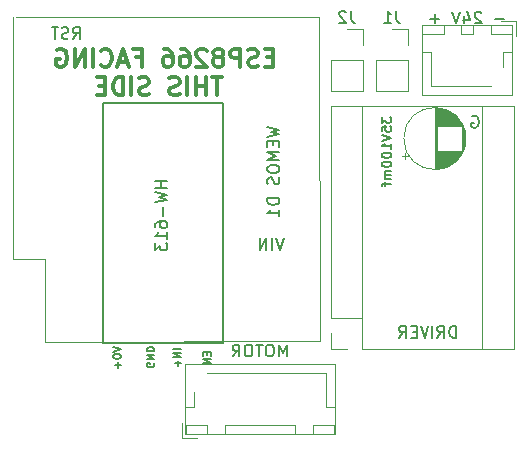
<source format=gbr>
%TF.GenerationSoftware,KiCad,Pcbnew,(6.0.7)*%
%TF.CreationDate,2022-09-22T21:27:18+02:00*%
%TF.ProjectId,PEQUENAreducida,50455155-454e-4417-9265-647563696461,rev?*%
%TF.SameCoordinates,Original*%
%TF.FileFunction,Legend,Bot*%
%TF.FilePolarity,Positive*%
%FSLAX46Y46*%
G04 Gerber Fmt 4.6, Leading zero omitted, Abs format (unit mm)*
G04 Created by KiCad (PCBNEW (6.0.7)) date 2022-09-22 21:27:18*
%MOMM*%
%LPD*%
G01*
G04 APERTURE LIST*
%ADD10C,0.120000*%
%ADD11C,0.300000*%
%ADD12C,0.150000*%
%ADD13C,0.200000*%
%ADD14C,0.127000*%
G04 APERTURE END LIST*
D10*
X135412000Y-58816000D02*
X112112000Y-58916000D01*
X112112000Y-51916000D02*
X109412000Y-51916000D01*
X109412000Y-51916000D02*
X109412000Y-31416000D01*
X112112000Y-58916000D02*
X112112000Y-51916000D01*
X109612000Y-31416000D02*
X135312000Y-31416000D01*
X135312000Y-31416000D02*
X135412000Y-58816000D01*
D11*
X131414285Y-34835357D02*
X130914285Y-34835357D01*
X130700000Y-35621071D02*
X131414285Y-35621071D01*
X131414285Y-34121071D01*
X130700000Y-34121071D01*
X130128571Y-35549642D02*
X129914285Y-35621071D01*
X129557142Y-35621071D01*
X129414285Y-35549642D01*
X129342857Y-35478214D01*
X129271428Y-35335357D01*
X129271428Y-35192500D01*
X129342857Y-35049642D01*
X129414285Y-34978214D01*
X129557142Y-34906785D01*
X129842857Y-34835357D01*
X129985714Y-34763928D01*
X130057142Y-34692500D01*
X130128571Y-34549642D01*
X130128571Y-34406785D01*
X130057142Y-34263928D01*
X129985714Y-34192500D01*
X129842857Y-34121071D01*
X129485714Y-34121071D01*
X129271428Y-34192500D01*
X128628571Y-35621071D02*
X128628571Y-34121071D01*
X128057142Y-34121071D01*
X127914285Y-34192500D01*
X127842857Y-34263928D01*
X127771428Y-34406785D01*
X127771428Y-34621071D01*
X127842857Y-34763928D01*
X127914285Y-34835357D01*
X128057142Y-34906785D01*
X128628571Y-34906785D01*
X126914285Y-34763928D02*
X127057142Y-34692500D01*
X127128571Y-34621071D01*
X127200000Y-34478214D01*
X127200000Y-34406785D01*
X127128571Y-34263928D01*
X127057142Y-34192500D01*
X126914285Y-34121071D01*
X126628571Y-34121071D01*
X126485714Y-34192500D01*
X126414285Y-34263928D01*
X126342857Y-34406785D01*
X126342857Y-34478214D01*
X126414285Y-34621071D01*
X126485714Y-34692500D01*
X126628571Y-34763928D01*
X126914285Y-34763928D01*
X127057142Y-34835357D01*
X127128571Y-34906785D01*
X127200000Y-35049642D01*
X127200000Y-35335357D01*
X127128571Y-35478214D01*
X127057142Y-35549642D01*
X126914285Y-35621071D01*
X126628571Y-35621071D01*
X126485714Y-35549642D01*
X126414285Y-35478214D01*
X126342857Y-35335357D01*
X126342857Y-35049642D01*
X126414285Y-34906785D01*
X126485714Y-34835357D01*
X126628571Y-34763928D01*
X125771428Y-34263928D02*
X125700000Y-34192500D01*
X125557142Y-34121071D01*
X125200000Y-34121071D01*
X125057142Y-34192500D01*
X124985714Y-34263928D01*
X124914285Y-34406785D01*
X124914285Y-34549642D01*
X124985714Y-34763928D01*
X125842857Y-35621071D01*
X124914285Y-35621071D01*
X123628571Y-34121071D02*
X123914285Y-34121071D01*
X124057142Y-34192500D01*
X124128571Y-34263928D01*
X124271428Y-34478214D01*
X124342857Y-34763928D01*
X124342857Y-35335357D01*
X124271428Y-35478214D01*
X124200000Y-35549642D01*
X124057142Y-35621071D01*
X123771428Y-35621071D01*
X123628571Y-35549642D01*
X123557142Y-35478214D01*
X123485714Y-35335357D01*
X123485714Y-34978214D01*
X123557142Y-34835357D01*
X123628571Y-34763928D01*
X123771428Y-34692500D01*
X124057142Y-34692500D01*
X124200000Y-34763928D01*
X124271428Y-34835357D01*
X124342857Y-34978214D01*
X122200000Y-34121071D02*
X122485714Y-34121071D01*
X122628571Y-34192500D01*
X122700000Y-34263928D01*
X122842857Y-34478214D01*
X122914285Y-34763928D01*
X122914285Y-35335357D01*
X122842857Y-35478214D01*
X122771428Y-35549642D01*
X122628571Y-35621071D01*
X122342857Y-35621071D01*
X122200000Y-35549642D01*
X122128571Y-35478214D01*
X122057142Y-35335357D01*
X122057142Y-34978214D01*
X122128571Y-34835357D01*
X122200000Y-34763928D01*
X122342857Y-34692500D01*
X122628571Y-34692500D01*
X122771428Y-34763928D01*
X122842857Y-34835357D01*
X122914285Y-34978214D01*
X119771428Y-34835357D02*
X120271428Y-34835357D01*
X120271428Y-35621071D02*
X120271428Y-34121071D01*
X119557142Y-34121071D01*
X119057142Y-35192500D02*
X118342857Y-35192500D01*
X119200000Y-35621071D02*
X118700000Y-34121071D01*
X118200000Y-35621071D01*
X116842857Y-35478214D02*
X116914285Y-35549642D01*
X117128571Y-35621071D01*
X117271428Y-35621071D01*
X117485714Y-35549642D01*
X117628571Y-35406785D01*
X117700000Y-35263928D01*
X117771428Y-34978214D01*
X117771428Y-34763928D01*
X117700000Y-34478214D01*
X117628571Y-34335357D01*
X117485714Y-34192500D01*
X117271428Y-34121071D01*
X117128571Y-34121071D01*
X116914285Y-34192500D01*
X116842857Y-34263928D01*
X116200000Y-35621071D02*
X116200000Y-34121071D01*
X115485714Y-35621071D02*
X115485714Y-34121071D01*
X114628571Y-35621071D01*
X114628571Y-34121071D01*
X113128571Y-34192500D02*
X113271428Y-34121071D01*
X113485714Y-34121071D01*
X113700000Y-34192500D01*
X113842857Y-34335357D01*
X113914285Y-34478214D01*
X113985714Y-34763928D01*
X113985714Y-34978214D01*
X113914285Y-35263928D01*
X113842857Y-35406785D01*
X113700000Y-35549642D01*
X113485714Y-35621071D01*
X113342857Y-35621071D01*
X113128571Y-35549642D01*
X113057142Y-35478214D01*
X113057142Y-34978214D01*
X113342857Y-34978214D01*
X127057142Y-36536071D02*
X126200000Y-36536071D01*
X126628571Y-38036071D02*
X126628571Y-36536071D01*
X125700000Y-38036071D02*
X125700000Y-36536071D01*
X125700000Y-37250357D02*
X124842857Y-37250357D01*
X124842857Y-38036071D02*
X124842857Y-36536071D01*
X124128571Y-38036071D02*
X124128571Y-36536071D01*
X123485714Y-37964642D02*
X123271428Y-38036071D01*
X122914285Y-38036071D01*
X122771428Y-37964642D01*
X122700000Y-37893214D01*
X122628571Y-37750357D01*
X122628571Y-37607500D01*
X122700000Y-37464642D01*
X122771428Y-37393214D01*
X122914285Y-37321785D01*
X123200000Y-37250357D01*
X123342857Y-37178928D01*
X123414285Y-37107500D01*
X123485714Y-36964642D01*
X123485714Y-36821785D01*
X123414285Y-36678928D01*
X123342857Y-36607500D01*
X123200000Y-36536071D01*
X122842857Y-36536071D01*
X122628571Y-36607500D01*
X120914285Y-37964642D02*
X120700000Y-38036071D01*
X120342857Y-38036071D01*
X120200000Y-37964642D01*
X120128571Y-37893214D01*
X120057142Y-37750357D01*
X120057142Y-37607500D01*
X120128571Y-37464642D01*
X120200000Y-37393214D01*
X120342857Y-37321785D01*
X120628571Y-37250357D01*
X120771428Y-37178928D01*
X120842857Y-37107500D01*
X120914285Y-36964642D01*
X120914285Y-36821785D01*
X120842857Y-36678928D01*
X120771428Y-36607500D01*
X120628571Y-36536071D01*
X120271428Y-36536071D01*
X120057142Y-36607500D01*
X119414285Y-38036071D02*
X119414285Y-36536071D01*
X118700000Y-38036071D02*
X118700000Y-36536071D01*
X118342857Y-36536071D01*
X118128571Y-36607500D01*
X117985714Y-36750357D01*
X117914285Y-36893214D01*
X117842857Y-37178928D01*
X117842857Y-37393214D01*
X117914285Y-37678928D01*
X117985714Y-37821785D01*
X118128571Y-37964642D01*
X118342857Y-38036071D01*
X118700000Y-38036071D01*
X117200000Y-37250357D02*
X116700000Y-37250357D01*
X116485714Y-38036071D02*
X117200000Y-38036071D01*
X117200000Y-36536071D01*
X116485714Y-36536071D01*
D12*
X121331500Y-60704619D02*
X121361976Y-60765571D01*
X121361976Y-60857000D01*
X121331500Y-60948428D01*
X121270547Y-61009380D01*
X121209595Y-61039857D01*
X121087690Y-61070333D01*
X120996261Y-61070333D01*
X120874357Y-61039857D01*
X120813404Y-61009380D01*
X120752452Y-60948428D01*
X120721976Y-60857000D01*
X120721976Y-60796047D01*
X120752452Y-60704619D01*
X120782928Y-60674142D01*
X120996261Y-60674142D01*
X120996261Y-60796047D01*
X120721976Y-60399857D02*
X121361976Y-60399857D01*
X120721976Y-60034142D01*
X121361976Y-60034142D01*
X120721976Y-59729380D02*
X121361976Y-59729380D01*
X121361976Y-59577000D01*
X121331500Y-59485571D01*
X121270547Y-59424619D01*
X121209595Y-59394142D01*
X121087690Y-59363666D01*
X120996261Y-59363666D01*
X120874357Y-59394142D01*
X120813404Y-59424619D01*
X120752452Y-59485571D01*
X120721976Y-59577000D01*
X120721976Y-59729380D01*
X132307238Y-50168380D02*
X131973904Y-51168380D01*
X131640571Y-50168380D01*
X131307238Y-51168380D02*
X131307238Y-50168380D01*
X130831047Y-51168380D02*
X130831047Y-50168380D01*
X130259619Y-51168380D01*
X130259619Y-50168380D01*
D13*
X148238095Y-39825000D02*
X148333333Y-39777380D01*
X148476190Y-39777380D01*
X148619047Y-39825000D01*
X148714285Y-39920238D01*
X148761904Y-40015476D01*
X148809523Y-40205952D01*
X148809523Y-40348809D01*
X148761904Y-40539285D01*
X148714285Y-40634523D01*
X148619047Y-40729761D01*
X148476190Y-40777380D01*
X148380952Y-40777380D01*
X148238095Y-40729761D01*
X148190476Y-40682142D01*
X148190476Y-40348809D01*
X148380952Y-40348809D01*
D12*
X114459619Y-33268380D02*
X114792952Y-32792190D01*
X115031047Y-33268380D02*
X115031047Y-32268380D01*
X114650095Y-32268380D01*
X114554857Y-32316000D01*
X114507238Y-32363619D01*
X114459619Y-32458857D01*
X114459619Y-32601714D01*
X114507238Y-32696952D01*
X114554857Y-32744571D01*
X114650095Y-32792190D01*
X115031047Y-32792190D01*
X114078666Y-33220761D02*
X113935809Y-33268380D01*
X113697714Y-33268380D01*
X113602476Y-33220761D01*
X113554857Y-33173142D01*
X113507238Y-33077904D01*
X113507238Y-32982666D01*
X113554857Y-32887428D01*
X113602476Y-32839809D01*
X113697714Y-32792190D01*
X113888190Y-32744571D01*
X113983428Y-32696952D01*
X114031047Y-32649333D01*
X114078666Y-32554095D01*
X114078666Y-32458857D01*
X114031047Y-32363619D01*
X113983428Y-32316000D01*
X113888190Y-32268380D01*
X113650095Y-32268380D01*
X113507238Y-32316000D01*
X113221523Y-32268380D02*
X112650095Y-32268380D01*
X112935809Y-33268380D02*
X112935809Y-32268380D01*
%TO.C,35V100mf*%
X140611904Y-39879761D02*
X140611904Y-40375000D01*
X140916666Y-40108333D01*
X140916666Y-40222619D01*
X140954761Y-40298809D01*
X140992857Y-40336904D01*
X141069047Y-40375000D01*
X141259523Y-40375000D01*
X141335714Y-40336904D01*
X141373809Y-40298809D01*
X141411904Y-40222619D01*
X141411904Y-39994047D01*
X141373809Y-39917857D01*
X141335714Y-39879761D01*
X140611904Y-41098809D02*
X140611904Y-40717857D01*
X140992857Y-40679761D01*
X140954761Y-40717857D01*
X140916666Y-40794047D01*
X140916666Y-40984523D01*
X140954761Y-41060714D01*
X140992857Y-41098809D01*
X141069047Y-41136904D01*
X141259523Y-41136904D01*
X141335714Y-41098809D01*
X141373809Y-41060714D01*
X141411904Y-40984523D01*
X141411904Y-40794047D01*
X141373809Y-40717857D01*
X141335714Y-40679761D01*
X140611904Y-41365476D02*
X141411904Y-41632142D01*
X140611904Y-41898809D01*
X141411904Y-42584523D02*
X141411904Y-42127380D01*
X141411904Y-42355952D02*
X140611904Y-42355952D01*
X140726190Y-42279761D01*
X140802380Y-42203571D01*
X140840476Y-42127380D01*
X140611904Y-43079761D02*
X140611904Y-43155952D01*
X140650000Y-43232142D01*
X140688095Y-43270238D01*
X140764285Y-43308333D01*
X140916666Y-43346428D01*
X141107142Y-43346428D01*
X141259523Y-43308333D01*
X141335714Y-43270238D01*
X141373809Y-43232142D01*
X141411904Y-43155952D01*
X141411904Y-43079761D01*
X141373809Y-43003571D01*
X141335714Y-42965476D01*
X141259523Y-42927380D01*
X141107142Y-42889285D01*
X140916666Y-42889285D01*
X140764285Y-42927380D01*
X140688095Y-42965476D01*
X140650000Y-43003571D01*
X140611904Y-43079761D01*
X140611904Y-43841666D02*
X140611904Y-43917857D01*
X140650000Y-43994047D01*
X140688095Y-44032142D01*
X140764285Y-44070238D01*
X140916666Y-44108333D01*
X141107142Y-44108333D01*
X141259523Y-44070238D01*
X141335714Y-44032142D01*
X141373809Y-43994047D01*
X141411904Y-43917857D01*
X141411904Y-43841666D01*
X141373809Y-43765476D01*
X141335714Y-43727380D01*
X141259523Y-43689285D01*
X141107142Y-43651190D01*
X140916666Y-43651190D01*
X140764285Y-43689285D01*
X140688095Y-43727380D01*
X140650000Y-43765476D01*
X140611904Y-43841666D01*
X141411904Y-44451190D02*
X140878571Y-44451190D01*
X140954761Y-44451190D02*
X140916666Y-44489285D01*
X140878571Y-44565476D01*
X140878571Y-44679761D01*
X140916666Y-44755952D01*
X140992857Y-44794047D01*
X141411904Y-44794047D01*
X140992857Y-44794047D02*
X140916666Y-44832142D01*
X140878571Y-44908333D01*
X140878571Y-45022619D01*
X140916666Y-45098809D01*
X140992857Y-45136904D01*
X141411904Y-45136904D01*
X140878571Y-45403571D02*
X140878571Y-45708333D01*
X141411904Y-45517857D02*
X140726190Y-45517857D01*
X140650000Y-45555952D01*
X140611904Y-45632142D01*
X140611904Y-45708333D01*
%TO.C,MOTOR*%
X132561904Y-60155380D02*
X132561904Y-59155380D01*
X132228571Y-59869666D01*
X131895238Y-59155380D01*
X131895238Y-60155380D01*
X131228571Y-59155380D02*
X131038095Y-59155380D01*
X130942857Y-59203000D01*
X130847619Y-59298238D01*
X130800000Y-59488714D01*
X130800000Y-59822047D01*
X130847619Y-60012523D01*
X130942857Y-60107761D01*
X131038095Y-60155380D01*
X131228571Y-60155380D01*
X131323809Y-60107761D01*
X131419047Y-60012523D01*
X131466666Y-59822047D01*
X131466666Y-59488714D01*
X131419047Y-59298238D01*
X131323809Y-59203000D01*
X131228571Y-59155380D01*
X130514285Y-59155380D02*
X129942857Y-59155380D01*
X130228571Y-60155380D02*
X130228571Y-59155380D01*
X129419047Y-59155380D02*
X129228571Y-59155380D01*
X129133333Y-59203000D01*
X129038095Y-59298238D01*
X128990476Y-59488714D01*
X128990476Y-59822047D01*
X129038095Y-60012523D01*
X129133333Y-60107761D01*
X129228571Y-60155380D01*
X129419047Y-60155380D01*
X129514285Y-60107761D01*
X129609523Y-60012523D01*
X129657142Y-59822047D01*
X129657142Y-59488714D01*
X129609523Y-59298238D01*
X129514285Y-59203000D01*
X129419047Y-59155380D01*
X127990476Y-60155380D02*
X128323809Y-59679190D01*
X128561904Y-60155380D02*
X128561904Y-59155380D01*
X128180952Y-59155380D01*
X128085714Y-59203000D01*
X128038095Y-59250619D01*
X127990476Y-59345857D01*
X127990476Y-59488714D01*
X128038095Y-59583952D01*
X128085714Y-59631571D01*
X128180952Y-59679190D01*
X128561904Y-59679190D01*
%TO.C,- 24V +*%
X150990857Y-31584428D02*
X150228952Y-31584428D01*
X149038476Y-31060619D02*
X148990857Y-31013000D01*
X148895619Y-30965380D01*
X148657523Y-30965380D01*
X148562285Y-31013000D01*
X148514666Y-31060619D01*
X148467047Y-31155857D01*
X148467047Y-31251095D01*
X148514666Y-31393952D01*
X149086095Y-31965380D01*
X148467047Y-31965380D01*
X147609904Y-31298714D02*
X147609904Y-31965380D01*
X147848000Y-30917761D02*
X148086095Y-31632047D01*
X147467047Y-31632047D01*
X147228952Y-30965380D02*
X146895619Y-31965380D01*
X146562285Y-30965380D01*
X145467047Y-31584428D02*
X144705142Y-31584428D01*
X145086095Y-31965380D02*
X145086095Y-31203476D01*
%TO.C,J2*%
X138001333Y-30904380D02*
X138001333Y-31618666D01*
X138048952Y-31761523D01*
X138144190Y-31856761D01*
X138287047Y-31904380D01*
X138382285Y-31904380D01*
X137572761Y-30999619D02*
X137525142Y-30952000D01*
X137429904Y-30904380D01*
X137191809Y-30904380D01*
X137096571Y-30952000D01*
X137048952Y-30999619D01*
X137001333Y-31094857D01*
X137001333Y-31190095D01*
X137048952Y-31332952D01*
X137620380Y-31904380D01*
X137001333Y-31904380D01*
%TO.C,J1*%
X141811333Y-30904380D02*
X141811333Y-31618666D01*
X141858952Y-31761523D01*
X141954190Y-31856761D01*
X142097047Y-31904380D01*
X142192285Y-31904380D01*
X140811333Y-31904380D02*
X141382761Y-31904380D01*
X141097047Y-31904380D02*
X141097047Y-30904380D01*
X141192285Y-31047238D01*
X141287523Y-31142476D01*
X141382761Y-31190095D01*
%TO.C,WEMOS D1*%
X130927380Y-40715476D02*
X131927380Y-40953571D01*
X131213095Y-41144047D01*
X131927380Y-41334523D01*
X130927380Y-41572619D01*
X131403571Y-41953571D02*
X131403571Y-42286904D01*
X131927380Y-42429761D02*
X131927380Y-41953571D01*
X130927380Y-41953571D01*
X130927380Y-42429761D01*
X131927380Y-42858333D02*
X130927380Y-42858333D01*
X131641666Y-43191666D01*
X130927380Y-43525000D01*
X131927380Y-43525000D01*
X130927380Y-44191666D02*
X130927380Y-44382142D01*
X130975000Y-44477380D01*
X131070238Y-44572619D01*
X131260714Y-44620238D01*
X131594047Y-44620238D01*
X131784523Y-44572619D01*
X131879761Y-44477380D01*
X131927380Y-44382142D01*
X131927380Y-44191666D01*
X131879761Y-44096428D01*
X131784523Y-44001190D01*
X131594047Y-43953571D01*
X131260714Y-43953571D01*
X131070238Y-44001190D01*
X130975000Y-44096428D01*
X130927380Y-44191666D01*
X131879761Y-45001190D02*
X131927380Y-45144047D01*
X131927380Y-45382142D01*
X131879761Y-45477380D01*
X131832142Y-45525000D01*
X131736904Y-45572619D01*
X131641666Y-45572619D01*
X131546428Y-45525000D01*
X131498809Y-45477380D01*
X131451190Y-45382142D01*
X131403571Y-45191666D01*
X131355952Y-45096428D01*
X131308333Y-45048809D01*
X131213095Y-45001190D01*
X131117857Y-45001190D01*
X131022619Y-45048809D01*
X130975000Y-45096428D01*
X130927380Y-45191666D01*
X130927380Y-45429761D01*
X130975000Y-45572619D01*
X131927380Y-46763095D02*
X130927380Y-46763095D01*
X130927380Y-47001190D01*
X130975000Y-47144047D01*
X131070238Y-47239285D01*
X131165476Y-47286904D01*
X131355952Y-47334523D01*
X131498809Y-47334523D01*
X131689285Y-47286904D01*
X131784523Y-47239285D01*
X131879761Y-47144047D01*
X131927380Y-47001190D01*
X131927380Y-46763095D01*
X131927380Y-48286904D02*
X131927380Y-47715476D01*
X131927380Y-48001190D02*
X130927380Y-48001190D01*
X131070238Y-47905952D01*
X131165476Y-47810714D01*
X131213095Y-47715476D01*
X122439130Y-45311488D02*
X121439130Y-45311488D01*
X121915321Y-45311488D02*
X121915321Y-45882916D01*
X122439130Y-45882916D02*
X121439130Y-45882916D01*
X121439130Y-46263869D02*
X122439130Y-46501964D01*
X121724845Y-46692440D01*
X122439130Y-46882916D01*
X121439130Y-47121011D01*
X122058178Y-47501964D02*
X122058178Y-48263869D01*
X121439130Y-49168630D02*
X121439130Y-48978154D01*
X121486750Y-48882916D01*
X121534369Y-48835297D01*
X121677226Y-48740059D01*
X121867702Y-48692440D01*
X122248654Y-48692440D01*
X122343892Y-48740059D01*
X122391511Y-48787678D01*
X122439130Y-48882916D01*
X122439130Y-49073392D01*
X122391511Y-49168630D01*
X122343892Y-49216250D01*
X122248654Y-49263869D01*
X122010559Y-49263869D01*
X121915321Y-49216250D01*
X121867702Y-49168630D01*
X121820083Y-49073392D01*
X121820083Y-48882916D01*
X121867702Y-48787678D01*
X121915321Y-48740059D01*
X122010559Y-48692440D01*
X122439130Y-50216250D02*
X122439130Y-49644821D01*
X122439130Y-49930535D02*
X121439130Y-49930535D01*
X121581988Y-49835297D01*
X121677226Y-49740059D01*
X121724845Y-49644821D01*
X121439130Y-50549583D02*
X121439130Y-51168630D01*
X121820083Y-50835297D01*
X121820083Y-50978154D01*
X121867702Y-51073392D01*
X121915321Y-51121011D01*
X122010559Y-51168630D01*
X122248654Y-51168630D01*
X122343892Y-51121011D01*
X122391511Y-51073392D01*
X122439130Y-50978154D01*
X122439130Y-50692440D01*
X122391511Y-50597202D01*
X122343892Y-50549583D01*
X123591523Y-59529571D02*
X122951523Y-59529571D01*
X123591523Y-59834333D02*
X122951523Y-59834333D01*
X123591523Y-60200047D01*
X122951523Y-60200047D01*
X123347714Y-60504809D02*
X123347714Y-60992428D01*
X123591523Y-60748619D02*
X123103904Y-60748619D01*
X117871523Y-59316238D02*
X118511523Y-59529571D01*
X117871523Y-59742904D01*
X117871523Y-60078142D02*
X117871523Y-60200047D01*
X117902000Y-60261000D01*
X117962952Y-60321952D01*
X118084857Y-60352428D01*
X118298190Y-60352428D01*
X118420095Y-60321952D01*
X118481047Y-60261000D01*
X118511523Y-60200047D01*
X118511523Y-60078142D01*
X118481047Y-60017190D01*
X118420095Y-59956238D01*
X118298190Y-59925761D01*
X118084857Y-59925761D01*
X117962952Y-59956238D01*
X117902000Y-60017190D01*
X117871523Y-60078142D01*
X118267714Y-60626714D02*
X118267714Y-61114333D01*
X118511523Y-60870523D02*
X118023904Y-60870523D01*
X125796285Y-59788619D02*
X125796285Y-60001952D01*
X126131523Y-60093380D02*
X126131523Y-59788619D01*
X125491523Y-59788619D01*
X125491523Y-60093380D01*
X126131523Y-60367666D02*
X125491523Y-60367666D01*
X126131523Y-60733380D01*
X125491523Y-60733380D01*
%TO.C,DRIVER*%
X146892952Y-58568380D02*
X146892952Y-57568380D01*
X146654857Y-57568380D01*
X146512000Y-57616000D01*
X146416761Y-57711238D01*
X146369142Y-57806476D01*
X146321523Y-57996952D01*
X146321523Y-58139809D01*
X146369142Y-58330285D01*
X146416761Y-58425523D01*
X146512000Y-58520761D01*
X146654857Y-58568380D01*
X146892952Y-58568380D01*
X145321523Y-58568380D02*
X145654857Y-58092190D01*
X145892952Y-58568380D02*
X145892952Y-57568380D01*
X145512000Y-57568380D01*
X145416761Y-57616000D01*
X145369142Y-57663619D01*
X145321523Y-57758857D01*
X145321523Y-57901714D01*
X145369142Y-57996952D01*
X145416761Y-58044571D01*
X145512000Y-58092190D01*
X145892952Y-58092190D01*
X144892952Y-58568380D02*
X144892952Y-57568380D01*
X144559619Y-57568380D02*
X144226285Y-58568380D01*
X143892952Y-57568380D01*
X143559619Y-58044571D02*
X143226285Y-58044571D01*
X143083428Y-58568380D02*
X143559619Y-58568380D01*
X143559619Y-57568380D01*
X143083428Y-57568380D01*
X142083428Y-58568380D02*
X142416761Y-58092190D01*
X142654857Y-58568380D02*
X142654857Y-57568380D01*
X142273904Y-57568380D01*
X142178666Y-57616000D01*
X142131047Y-57663619D01*
X142083428Y-57758857D01*
X142083428Y-57901714D01*
X142131047Y-57996952D01*
X142178666Y-58044571D01*
X142273904Y-58092190D01*
X142654857Y-58092190D01*
D10*
%TO.C,35V100mf*%
X145815888Y-40660000D02*
X145815888Y-39220000D01*
X146615888Y-43795000D02*
X146615888Y-42740000D01*
X147415888Y-42878000D02*
X147415888Y-40522000D01*
X145374888Y-40660000D02*
X145374888Y-39135000D01*
X147215888Y-40660000D02*
X147215888Y-40200000D01*
X145895888Y-44155000D02*
X145895888Y-42740000D01*
X145494888Y-40660000D02*
X145494888Y-39150000D01*
X146375888Y-40660000D02*
X146375888Y-39453000D01*
X146495888Y-40660000D02*
X146495888Y-39525000D01*
X145094888Y-44280000D02*
X145094888Y-39120000D01*
X147335888Y-40660000D02*
X147335888Y-40381000D01*
X146175888Y-44048000D02*
X146175888Y-42740000D01*
X145614888Y-40660000D02*
X145614888Y-39172000D01*
X146255888Y-40660000D02*
X146255888Y-39390000D01*
X145734888Y-44201000D02*
X145734888Y-42740000D01*
X145935888Y-40660000D02*
X145935888Y-39258000D01*
X145815888Y-44180000D02*
X145815888Y-42740000D01*
X147295888Y-40660000D02*
X147295888Y-40317000D01*
X145694888Y-44211000D02*
X145694888Y-42740000D01*
X146415888Y-43924000D02*
X146415888Y-42740000D01*
X147535888Y-42615000D02*
X147535888Y-40785000D01*
X147655888Y-42218000D02*
X147655888Y-41182000D01*
X147575888Y-42505000D02*
X147575888Y-40895000D01*
X146775888Y-40660000D02*
X146775888Y-39729000D01*
X146655888Y-40660000D02*
X146655888Y-39635000D01*
X146095888Y-40660000D02*
X146095888Y-39318000D01*
X146015888Y-40660000D02*
X146015888Y-39286000D01*
X145494888Y-44250000D02*
X145494888Y-42740000D01*
X145694888Y-40660000D02*
X145694888Y-39189000D01*
X147255888Y-43143000D02*
X147255888Y-42740000D01*
X145774888Y-44191000D02*
X145774888Y-42740000D01*
X145534888Y-44243000D02*
X145534888Y-42740000D01*
X146295888Y-43990000D02*
X146295888Y-42740000D01*
X147495888Y-42711000D02*
X147495888Y-40689000D01*
X145254888Y-44276000D02*
X145254888Y-39124000D01*
X147215888Y-43200000D02*
X147215888Y-42740000D01*
X146295888Y-40660000D02*
X146295888Y-39410000D01*
X145855888Y-44168000D02*
X145855888Y-42740000D01*
X146135888Y-44065000D02*
X146135888Y-42740000D01*
X145174888Y-44279000D02*
X145174888Y-39121000D01*
X145414888Y-44261000D02*
X145414888Y-42740000D01*
X145975888Y-44128000D02*
X145975888Y-42740000D01*
X146935888Y-40660000D02*
X146935888Y-39874000D01*
X145334888Y-44269000D02*
X145334888Y-42740000D01*
X145414888Y-40660000D02*
X145414888Y-39139000D01*
X146895888Y-43564000D02*
X146895888Y-42740000D01*
X146455888Y-43900000D02*
X146455888Y-42740000D01*
X146495888Y-43875000D02*
X146495888Y-42740000D01*
X147175888Y-43254000D02*
X147175888Y-42740000D01*
X146695888Y-43735000D02*
X146695888Y-42740000D01*
X147615888Y-42377000D02*
X147615888Y-41023000D01*
X146975888Y-40660000D02*
X146975888Y-39915000D01*
X146775888Y-43671000D02*
X146775888Y-42740000D01*
X146215888Y-44029000D02*
X146215888Y-42740000D01*
X146455888Y-40660000D02*
X146455888Y-39500000D01*
X147695888Y-41984000D02*
X147695888Y-41416000D01*
X147255888Y-40660000D02*
X147255888Y-40257000D01*
X145454888Y-44256000D02*
X145454888Y-42740000D01*
X147335888Y-43019000D02*
X147335888Y-42740000D01*
X146935888Y-43526000D02*
X146935888Y-42740000D01*
X145975888Y-40660000D02*
X145975888Y-39272000D01*
X145574888Y-44236000D02*
X145574888Y-42740000D01*
X147095888Y-40660000D02*
X147095888Y-40047000D01*
X146655888Y-43765000D02*
X146655888Y-42740000D01*
X147055888Y-43399000D02*
X147055888Y-42740000D01*
X147455888Y-42798000D02*
X147455888Y-40602000D01*
X146855888Y-43601000D02*
X146855888Y-42740000D01*
X145654888Y-44220000D02*
X145654888Y-42740000D01*
X146095888Y-44082000D02*
X146095888Y-42740000D01*
X146695888Y-40660000D02*
X146695888Y-39665000D01*
X145895888Y-40660000D02*
X145895888Y-39245000D01*
X145935888Y-44142000D02*
X145935888Y-42740000D01*
X145774888Y-40660000D02*
X145774888Y-39209000D01*
X145855888Y-40660000D02*
X145855888Y-39232000D01*
X146575888Y-43822000D02*
X146575888Y-42740000D01*
X146415888Y-40660000D02*
X146415888Y-39476000D01*
X146335888Y-40660000D02*
X146335888Y-39432000D01*
X146015888Y-44114000D02*
X146015888Y-42740000D01*
X146175888Y-40660000D02*
X146175888Y-39352000D01*
X146815888Y-40660000D02*
X146815888Y-39763000D01*
X145614888Y-44228000D02*
X145614888Y-42740000D01*
X146855888Y-40660000D02*
X146855888Y-39799000D01*
X145454888Y-40660000D02*
X145454888Y-39144000D01*
X145654888Y-40660000D02*
X145654888Y-39180000D01*
X146535888Y-43849000D02*
X146535888Y-42740000D01*
X146735888Y-40660000D02*
X146735888Y-39696000D01*
X146375888Y-43947000D02*
X146375888Y-42740000D01*
X146975888Y-43485000D02*
X146975888Y-42740000D01*
X146135888Y-40660000D02*
X146135888Y-39335000D01*
X146535888Y-40660000D02*
X146535888Y-39551000D01*
X145294888Y-44273000D02*
X145294888Y-39127000D01*
X146575888Y-40660000D02*
X146575888Y-39578000D01*
X142290113Y-43175000D02*
X142790113Y-43175000D01*
X145374888Y-44265000D02*
X145374888Y-42740000D01*
X145134888Y-44280000D02*
X145134888Y-39120000D01*
X147015888Y-43443000D02*
X147015888Y-42740000D01*
X147015888Y-40660000D02*
X147015888Y-39957000D01*
X147295888Y-43083000D02*
X147295888Y-42740000D01*
X147135888Y-40660000D02*
X147135888Y-40095000D01*
X147175888Y-40660000D02*
X147175888Y-40146000D01*
X142540113Y-43425000D02*
X142540113Y-42925000D01*
X145334888Y-40660000D02*
X145334888Y-39131000D01*
X147055888Y-40660000D02*
X147055888Y-40001000D01*
X146255888Y-44010000D02*
X146255888Y-42740000D01*
X145214888Y-44278000D02*
X145214888Y-39122000D01*
X145534888Y-40660000D02*
X145534888Y-39157000D01*
X146615888Y-40660000D02*
X146615888Y-39605000D01*
X145734888Y-40660000D02*
X145734888Y-39199000D01*
X147095888Y-43353000D02*
X147095888Y-42740000D01*
X146335888Y-43968000D02*
X146335888Y-42740000D01*
X146815888Y-43637000D02*
X146815888Y-42740000D01*
X146055888Y-40660000D02*
X146055888Y-39302000D01*
X146895888Y-40660000D02*
X146895888Y-39836000D01*
X145574888Y-40660000D02*
X145574888Y-39164000D01*
X146735888Y-43704000D02*
X146735888Y-42740000D01*
X146215888Y-40660000D02*
X146215888Y-39371000D01*
X146055888Y-44098000D02*
X146055888Y-42740000D01*
X147375888Y-42951000D02*
X147375888Y-42740000D01*
X147375888Y-40660000D02*
X147375888Y-40449000D01*
X147135888Y-43305000D02*
X147135888Y-42740000D01*
X147714888Y-41700000D02*
G75*
G03*
X147714888Y-41700000I-2620000J0D01*
G01*
%TO.C,MOTOR*%
X133300000Y-66725000D02*
X127300000Y-66725000D01*
X136610000Y-66735000D02*
X123990000Y-66735000D01*
X136600000Y-66725000D02*
X134800000Y-66725000D01*
X123700000Y-67025000D02*
X123700000Y-65775000D01*
X134800000Y-66725000D02*
X134800000Y-65975000D01*
X124000000Y-64475000D02*
X124750000Y-64475000D01*
X125800000Y-66725000D02*
X124000000Y-66725000D01*
X124750000Y-64475000D02*
X124750000Y-63135000D01*
X135850000Y-61525000D02*
X130300000Y-61525000D01*
X136610000Y-60765000D02*
X136610000Y-66735000D01*
X127300000Y-65975000D02*
X133300000Y-65975000D01*
X130300000Y-61525000D02*
X125810000Y-61525000D01*
X124000000Y-66725000D02*
X124000000Y-65975000D01*
X133300000Y-65975000D02*
X133300000Y-66725000D01*
X135850000Y-64475000D02*
X135850000Y-61525000D01*
X134800000Y-65975000D02*
X136600000Y-65975000D01*
X125800000Y-65975000D02*
X125800000Y-66725000D01*
X123990000Y-66735000D02*
X123990000Y-60765000D01*
X127300000Y-66725000D02*
X127300000Y-65975000D01*
X124950000Y-67025000D02*
X123700000Y-67025000D01*
X136600000Y-64475000D02*
X135850000Y-64475000D01*
X124000000Y-65975000D02*
X125800000Y-65975000D01*
X136600000Y-65975000D02*
X136600000Y-66725000D01*
X123990000Y-60765000D02*
X136610000Y-60765000D01*
%TO.C,- 24V +*%
X150698000Y-31794000D02*
X151948000Y-31794000D01*
X144048000Y-32844000D02*
X144048000Y-32094000D01*
X150898000Y-34344000D02*
X150898000Y-35684000D01*
X145848000Y-32844000D02*
X144048000Y-32844000D01*
X151648000Y-32844000D02*
X149848000Y-32844000D01*
X147348000Y-32844000D02*
X147348000Y-32094000D01*
X144798000Y-37294000D02*
X147848000Y-37294000D01*
X149848000Y-32094000D02*
X151648000Y-32094000D01*
X144048000Y-34344000D02*
X144798000Y-34344000D01*
X144798000Y-34344000D02*
X144798000Y-37294000D01*
X144038000Y-32084000D02*
X151658000Y-32084000D01*
X151658000Y-38054000D02*
X144038000Y-38054000D01*
X147848000Y-37294000D02*
X149838000Y-37294000D01*
X147348000Y-32094000D02*
X148348000Y-32094000D01*
X145848000Y-32094000D02*
X145848000Y-32844000D01*
X144048000Y-32094000D02*
X145848000Y-32094000D01*
X151948000Y-31794000D02*
X151948000Y-33044000D01*
X149848000Y-32844000D02*
X149848000Y-32094000D01*
X148348000Y-32094000D02*
X148348000Y-32844000D01*
X151658000Y-32084000D02*
X151658000Y-38054000D01*
X151648000Y-34344000D02*
X150898000Y-34344000D01*
X151648000Y-32094000D02*
X151648000Y-32844000D01*
X144038000Y-38054000D02*
X144038000Y-32084000D01*
X148348000Y-32844000D02*
X147348000Y-32844000D01*
%TO.C,J2*%
X138998000Y-37652000D02*
X136338000Y-37652000D01*
X138998000Y-32452000D02*
X137668000Y-32452000D01*
X138998000Y-35052000D02*
X136338000Y-35052000D01*
X138998000Y-33782000D02*
X138998000Y-32452000D01*
X136338000Y-35052000D02*
X136338000Y-37652000D01*
X138998000Y-35052000D02*
X138998000Y-37652000D01*
%TO.C,J1*%
X142808000Y-33782000D02*
X142808000Y-32452000D01*
X140148000Y-35052000D02*
X140148000Y-37652000D01*
X142808000Y-35052000D02*
X142808000Y-37652000D01*
X142808000Y-35052000D02*
X140148000Y-35052000D01*
X142808000Y-32452000D02*
X141478000Y-32452000D01*
X142808000Y-37652000D02*
X140148000Y-37652000D01*
D14*
%TO.C,WEMOS D1*%
X117000000Y-59045000D02*
X127160000Y-59045000D01*
X117000000Y-38725000D02*
X117000000Y-59045000D01*
X127160000Y-38725000D02*
X117000000Y-38725000D01*
X127160000Y-59045000D02*
X127160000Y-38725000D01*
D10*
%TO.C,DRIVER*%
X137668000Y-59566000D02*
X136268000Y-59566000D01*
X151768000Y-38986000D02*
X151768000Y-59566000D01*
X151768000Y-59566000D02*
X138938000Y-59566000D01*
X149098000Y-59566000D02*
X149098000Y-38986000D01*
X136268000Y-38986000D02*
X151768000Y-38986000D01*
X136268000Y-56896000D02*
X136268000Y-38986000D01*
X138938000Y-56896000D02*
X136268000Y-56896000D01*
X136268000Y-59566000D02*
X136268000Y-58166000D01*
X138938000Y-59566000D02*
X138938000Y-56896000D01*
X138938000Y-56896000D02*
X138938000Y-38986000D01*
%TD*%
M02*

</source>
